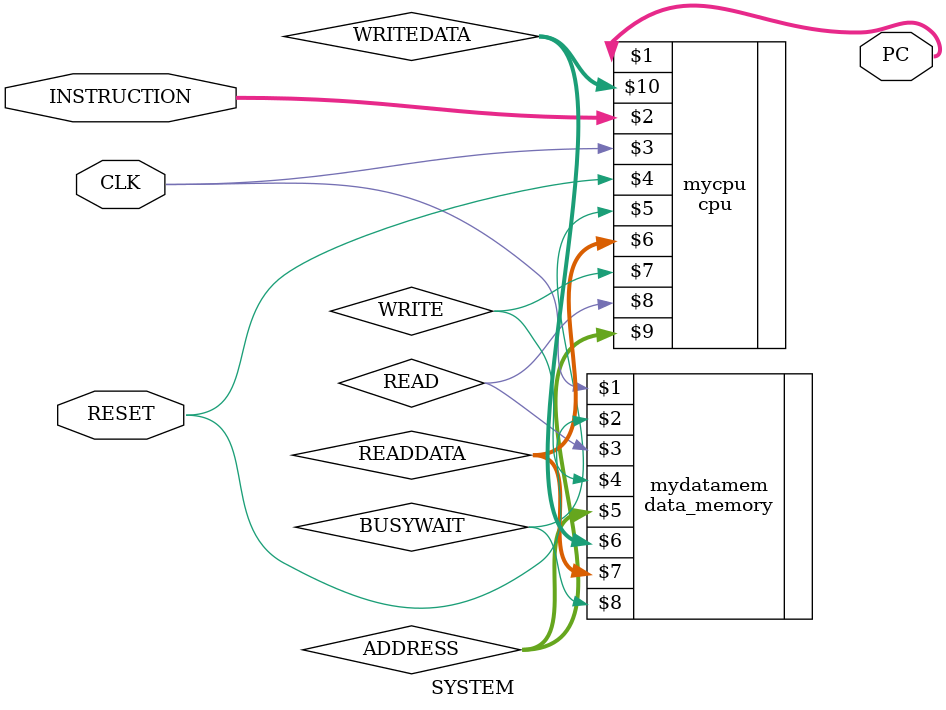
<source format=v>


`include "CPU.v"
`include "DATAMEMORY.v"

//instatiating the system module 
module SYSTEM(INSTRUCTION,PC,CLK,RESET);
	
	//declaring I/O
	input [31:0] INSTRUCTION;
	input CLK,RESET;
	output [31:0] PC;
	
	//decaring wires to connect to CPU and the DATA MEMORY
	wire BUSYWAIT;
	wire [7:0]READDATA;
	wire WRITE,READ;
	wire [7:0]ADDRESS,WRITEDATA;
	
	//instatiating two modules
	data_memory mydatamem(CLK,RESET,READ,WRITE,ADDRESS,WRITEDATA,READDATA,BUSYWAIT);
	cpu mycpu(PC, INSTRUCTION, CLK, RESET,BUSYWAIT,READDATA,WRITE,READ,ADDRESS,WRITEDATA);

endmodule
</source>
